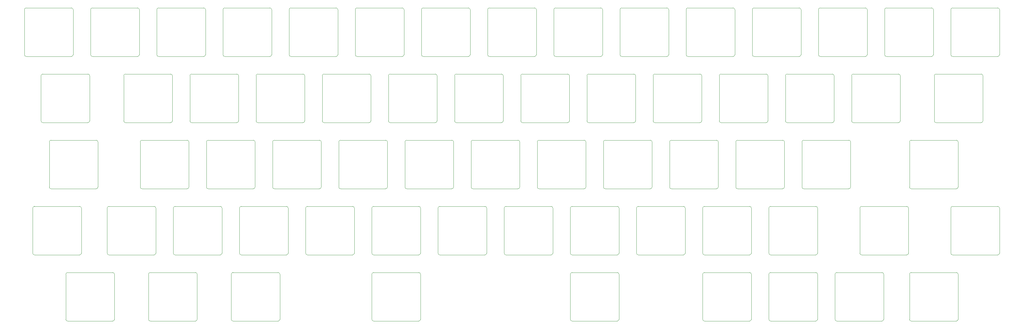
<source format=gbr>
%TF.GenerationSoftware,KiCad,Pcbnew,9.0.1*%
%TF.CreationDate,2025-05-16T22:45:18+09:00*%
%TF.ProjectId,H360,48333630-2e6b-4696-9361-645f70636258,rev?*%
%TF.SameCoordinates,Original*%
%TF.FileFunction,Other,ECO2*%
%FSLAX46Y46*%
G04 Gerber Fmt 4.6, Leading zero omitted, Abs format (unit mm)*
G04 Created by KiCad (PCBNEW 9.0.1) date 2025-05-16 22:45:18*
%MOMM*%
%LPD*%
G01*
G04 APERTURE LIST*
%ADD10C,0.050000*%
G04 APERTURE END LIST*
D10*
%TO.C,MX21*%
X176356250Y-137468750D02*
X176356250Y-124468750D01*
X176856250Y-123968750D02*
X189856250Y-123968750D01*
X189856250Y-137968750D02*
X176856250Y-137968750D01*
X190356250Y-124468750D02*
X190356250Y-137468750D01*
X176356250Y-124468750D02*
G75*
G02*
X176856250Y-123968750I500000J0D01*
G01*
X176856250Y-137968750D02*
G75*
G02*
X176356250Y-137468750I0J500000D01*
G01*
X189856250Y-123968750D02*
G75*
G02*
X190356250Y-124468750I-1J-500001D01*
G01*
X190353486Y-137467634D02*
G75*
G02*
X189853486Y-137967634I-500001J1D01*
G01*
%TO.C,MX61*%
X228743750Y-194618750D02*
X228743750Y-181618750D01*
X229243750Y-181118750D02*
X242243750Y-181118750D01*
X242243750Y-195118750D02*
X229243750Y-195118750D01*
X242743750Y-181618750D02*
X242743750Y-194618750D01*
X228743750Y-181618750D02*
G75*
G02*
X229243750Y-181118750I500000J0D01*
G01*
X229243750Y-195118750D02*
G75*
G02*
X228743750Y-194618750I0J500000D01*
G01*
X242243750Y-181118750D02*
G75*
G02*
X242743750Y-181618750I-1J-500001D01*
G01*
X242740986Y-194617634D02*
G75*
G02*
X242240986Y-195117634I-500001J1D01*
G01*
%TO.C,MX9*%
X223981250Y-118418750D02*
X223981250Y-105418750D01*
X224481250Y-104918750D02*
X237481250Y-104918750D01*
X237481250Y-118918750D02*
X224481250Y-118918750D01*
X237981250Y-105418750D02*
X237981250Y-118418750D01*
X223981250Y-105418750D02*
G75*
G02*
X224481250Y-104918750I500000J0D01*
G01*
X224481250Y-118918750D02*
G75*
G02*
X223981250Y-118418750I0J500000D01*
G01*
X237481250Y-104918750D02*
G75*
G02*
X237981250Y-105418750I-1J-500001D01*
G01*
X237978486Y-118417634D02*
G75*
G02*
X237478486Y-118917634I-500001J1D01*
G01*
%TO.C,MX5*%
X147781250Y-118418750D02*
X147781250Y-105418750D01*
X148281250Y-104918750D02*
X161281250Y-104918750D01*
X161281250Y-118918750D02*
X148281250Y-118918750D01*
X161781250Y-105418750D02*
X161781250Y-118418750D01*
X147781250Y-105418750D02*
G75*
G02*
X148281250Y-104918750I500000J0D01*
G01*
X148281250Y-118918750D02*
G75*
G02*
X147781250Y-118418750I0J500000D01*
G01*
X161281250Y-104918750D02*
G75*
G02*
X161781250Y-105418750I-1J-500001D01*
G01*
X161778486Y-118417634D02*
G75*
G02*
X161278486Y-118917634I-500001J1D01*
G01*
%TO.C,MX26*%
X271606250Y-137468750D02*
X271606250Y-124468750D01*
X272106250Y-123968750D02*
X285106250Y-123968750D01*
X285106250Y-137968750D02*
X272106250Y-137968750D01*
X285606250Y-124468750D02*
X285606250Y-137468750D01*
X271606250Y-124468750D02*
G75*
G02*
X272106250Y-123968750I500000J0D01*
G01*
X272106250Y-137968750D02*
G75*
G02*
X271606250Y-137468750I0J500000D01*
G01*
X285106250Y-123968750D02*
G75*
G02*
X285606250Y-124468750I-1J-500001D01*
G01*
X285603486Y-137467634D02*
G75*
G02*
X285103486Y-137967634I-500001J1D01*
G01*
%TO.C,MX1*%
X71581250Y-118418750D02*
X71581250Y-105418750D01*
X72081250Y-104918750D02*
X85081250Y-104918750D01*
X85081250Y-118918750D02*
X72081250Y-118918750D01*
X85581250Y-105418750D02*
X85581250Y-118418750D01*
X71581250Y-105418750D02*
G75*
G02*
X72081250Y-104918750I500001J-1D01*
G01*
X72081250Y-118918750D02*
G75*
G02*
X71581250Y-118418750I0J500000D01*
G01*
X85080134Y-104921514D02*
G75*
G02*
X85580134Y-105421514I-1J-500001D01*
G01*
X85581250Y-118418750D02*
G75*
G02*
X85081250Y-118918750I-500000J0D01*
G01*
%TO.C,MX10*%
X243031250Y-118418750D02*
X243031250Y-105418750D01*
X243531250Y-104918750D02*
X256531250Y-104918750D01*
X256531250Y-118918750D02*
X243531250Y-118918750D01*
X257031250Y-105418750D02*
X257031250Y-118418750D01*
X243031250Y-105418750D02*
G75*
G02*
X243531250Y-104918750I500000J0D01*
G01*
X243531250Y-118918750D02*
G75*
G02*
X243031250Y-118418750I0J500000D01*
G01*
X256531250Y-104918750D02*
G75*
G02*
X257031250Y-105418750I-1J-500001D01*
G01*
X257028486Y-118417634D02*
G75*
G02*
X256528486Y-118917634I-500001J1D01*
G01*
%TO.C,MX19*%
X138256250Y-137468750D02*
X138256250Y-124468750D01*
X138756250Y-123968750D02*
X151756250Y-123968750D01*
X151756250Y-137968750D02*
X138756250Y-137968750D01*
X152256250Y-124468750D02*
X152256250Y-137468750D01*
X138256250Y-124468750D02*
G75*
G02*
X138756250Y-123968750I500000J0D01*
G01*
X138756250Y-137968750D02*
G75*
G02*
X138256250Y-137468750I0J500000D01*
G01*
X151756250Y-123968750D02*
G75*
G02*
X152256250Y-124468750I-1J-500001D01*
G01*
X152253486Y-137467634D02*
G75*
G02*
X151753486Y-137967634I-500001J1D01*
G01*
%TO.C,MX45*%
X114443750Y-175568750D02*
X114443750Y-162568750D01*
X114943750Y-162068750D02*
X127943750Y-162068750D01*
X127943750Y-176068750D02*
X114943750Y-176068750D01*
X128443750Y-162568750D02*
X128443750Y-175568750D01*
X114443750Y-162568750D02*
G75*
G02*
X114943750Y-162068750I500000J0D01*
G01*
X114943750Y-176068750D02*
G75*
G02*
X114443750Y-175568750I0J500000D01*
G01*
X127943750Y-162068750D02*
G75*
G02*
X128443750Y-162568750I-1J-500001D01*
G01*
X128440986Y-175567634D02*
G75*
G02*
X127940986Y-176067634I-500001J1D01*
G01*
%TO.C,MX63*%
X285893750Y-194618750D02*
X285893750Y-181618750D01*
X286393750Y-181118750D02*
X299393750Y-181118750D01*
X299393750Y-195118750D02*
X286393750Y-195118750D01*
X299893750Y-181618750D02*
X299893750Y-194618750D01*
X285893750Y-181618750D02*
G75*
G02*
X286393750Y-181118750I500000J0D01*
G01*
X286393750Y-195118750D02*
G75*
G02*
X285893750Y-194618750I0J500000D01*
G01*
X299393750Y-181118750D02*
G75*
G02*
X299893750Y-181618750I-1J-500001D01*
G01*
X299890986Y-194617634D02*
G75*
G02*
X299390986Y-195117634I-500001J1D01*
G01*
%TO.C,MX35*%
X181118750Y-156518750D02*
X181118750Y-143518750D01*
X181618750Y-143018750D02*
X194618750Y-143018750D01*
X194618750Y-157018750D02*
X181618750Y-157018750D01*
X195118750Y-143518750D02*
X195118750Y-156518750D01*
X181118750Y-143518750D02*
G75*
G02*
X181618750Y-143018750I500000J0D01*
G01*
X181618750Y-157018750D02*
G75*
G02*
X181118750Y-156518750I0J500000D01*
G01*
X194618750Y-143018750D02*
G75*
G02*
X195118750Y-143518750I-1J-500001D01*
G01*
X195115986Y-156517634D02*
G75*
G02*
X194615986Y-157017634I-500001J1D01*
G01*
%TO.C,MX16*%
X76343750Y-137468750D02*
X76343750Y-124468750D01*
X76843750Y-123968750D02*
X89843750Y-123968750D01*
X89843750Y-137968750D02*
X76843750Y-137968750D01*
X90343750Y-124468750D02*
X90343750Y-137468750D01*
X76343750Y-124468750D02*
G75*
G02*
X76843750Y-123968750I500000J0D01*
G01*
X76843750Y-137968750D02*
G75*
G02*
X76343750Y-137468750I0J500000D01*
G01*
X89843750Y-123968750D02*
G75*
G02*
X90343750Y-124468750I-1J-500001D01*
G01*
X90340986Y-137467634D02*
G75*
G02*
X89840986Y-137967634I-500001J1D01*
G01*
%TO.C,MX53*%
X266843750Y-175568750D02*
X266843750Y-162568750D01*
X267343750Y-162068750D02*
X280343750Y-162068750D01*
X280343750Y-176068750D02*
X267343750Y-176068750D01*
X280843750Y-162568750D02*
X280843750Y-175568750D01*
X266843750Y-162568750D02*
G75*
G02*
X267343750Y-162068750I500000J0D01*
G01*
X267343750Y-176068750D02*
G75*
G02*
X266843750Y-175568750I0J500000D01*
G01*
X280343750Y-162068750D02*
G75*
G02*
X280843750Y-162568750I-1J-500001D01*
G01*
X280840986Y-175567634D02*
G75*
G02*
X280340986Y-176067634I-500001J1D01*
G01*
%TO.C,MX30*%
X78725000Y-156518750D02*
X78725000Y-143518750D01*
X79225000Y-143018750D02*
X92225000Y-143018750D01*
X92225000Y-157018750D02*
X79225000Y-157018750D01*
X92725000Y-143518750D02*
X92725000Y-156518750D01*
X78725000Y-143518750D02*
G75*
G02*
X79225000Y-143018750I500000J0D01*
G01*
X79225000Y-157018750D02*
G75*
G02*
X78725000Y-156518750I0J500000D01*
G01*
X92225000Y-143018750D02*
G75*
G02*
X92725000Y-143518750I-1J-500001D01*
G01*
X92722236Y-156517634D02*
G75*
G02*
X92222236Y-157017634I-500001J1D01*
G01*
%TO.C,MX23*%
X214456250Y-137468750D02*
X214456250Y-124468750D01*
X214956250Y-123968750D02*
X227956250Y-123968750D01*
X227956250Y-137968750D02*
X214956250Y-137968750D01*
X228456250Y-124468750D02*
X228456250Y-137468750D01*
X214456250Y-124468750D02*
G75*
G02*
X214956250Y-123968750I500000J0D01*
G01*
X214956250Y-137968750D02*
G75*
G02*
X214456250Y-137468750I0J500000D01*
G01*
X227956250Y-123968750D02*
G75*
G02*
X228456250Y-124468750I-1J-500001D01*
G01*
X228453486Y-137467634D02*
G75*
G02*
X227953486Y-137967634I-500001J1D01*
G01*
%TO.C,MX11*%
X262081250Y-118418750D02*
X262081250Y-105418750D01*
X262581250Y-104918750D02*
X275581250Y-104918750D01*
X275581250Y-118918750D02*
X262581250Y-118918750D01*
X276081250Y-105418750D02*
X276081250Y-118418750D01*
X262081250Y-105418750D02*
G75*
G02*
X262581250Y-104918750I500000J0D01*
G01*
X262581250Y-118918750D02*
G75*
G02*
X262081250Y-118418750I0J500000D01*
G01*
X275581250Y-104918750D02*
G75*
G02*
X276081250Y-105418750I-1J-500001D01*
G01*
X276078486Y-118417634D02*
G75*
G02*
X275578486Y-118917634I-500001J1D01*
G01*
%TO.C,MX46*%
X133493750Y-175568750D02*
X133493750Y-162568750D01*
X133993750Y-162068750D02*
X146993750Y-162068750D01*
X146993750Y-176068750D02*
X133993750Y-176068750D01*
X147493750Y-162568750D02*
X147493750Y-175568750D01*
X133493750Y-162568750D02*
G75*
G02*
X133993750Y-162068750I500000J0D01*
G01*
X133993750Y-176068750D02*
G75*
G02*
X133493750Y-175568750I0J500000D01*
G01*
X146993750Y-162068750D02*
G75*
G02*
X147493750Y-162568750I-1J-500001D01*
G01*
X147490986Y-175567634D02*
G75*
G02*
X146990986Y-176067634I-500001J1D01*
G01*
%TO.C,MX18*%
X119206250Y-137468750D02*
X119206250Y-124468750D01*
X119706250Y-123968750D02*
X132706250Y-123968750D01*
X132706250Y-137968750D02*
X119706250Y-137968750D01*
X133206250Y-124468750D02*
X133206250Y-137468750D01*
X119206250Y-124468750D02*
G75*
G02*
X119706250Y-123968750I500000J0D01*
G01*
X119706250Y-137968750D02*
G75*
G02*
X119206250Y-137468750I0J500000D01*
G01*
X132706250Y-123968750D02*
G75*
G02*
X133206250Y-124468750I-1J-500001D01*
G01*
X133203486Y-137467634D02*
G75*
G02*
X132703486Y-137967634I-500001J1D01*
G01*
%TO.C,MX49*%
X190643750Y-175568750D02*
X190643750Y-162568750D01*
X191143750Y-162068750D02*
X204143750Y-162068750D01*
X204143750Y-176068750D02*
X191143750Y-176068750D01*
X204643750Y-162568750D02*
X204643750Y-175568750D01*
X190643750Y-162568750D02*
G75*
G02*
X191143750Y-162068750I500000J0D01*
G01*
X191143750Y-176068750D02*
G75*
G02*
X190643750Y-175568750I0J500000D01*
G01*
X204143750Y-162068750D02*
G75*
G02*
X204643750Y-162568750I-1J-500001D01*
G01*
X204640986Y-175567634D02*
G75*
G02*
X204140986Y-176067634I-500001J1D01*
G01*
%TO.C,MX22*%
X195406250Y-137468750D02*
X195406250Y-124468750D01*
X195906250Y-123968750D02*
X208906250Y-123968750D01*
X208906250Y-137968750D02*
X195906250Y-137968750D01*
X209406250Y-124468750D02*
X209406250Y-137468750D01*
X195406250Y-124468750D02*
G75*
G02*
X195906250Y-123968750I500000J0D01*
G01*
X195906250Y-137968750D02*
G75*
G02*
X195406250Y-137468750I0J500000D01*
G01*
X208906250Y-123968750D02*
G75*
G02*
X209406250Y-124468750I-1J-500001D01*
G01*
X209403486Y-137467634D02*
G75*
G02*
X208903486Y-137967634I-500001J1D01*
G01*
%TO.C,MX29*%
X333518750Y-137468750D02*
X333518750Y-124468750D01*
X334018750Y-123968750D02*
X347018750Y-123968750D01*
X347018750Y-137968750D02*
X334018750Y-137968750D01*
X347518750Y-124468750D02*
X347518750Y-137468750D01*
X333518750Y-124468750D02*
G75*
G02*
X334018750Y-123968750I500000J0D01*
G01*
X334018750Y-137968750D02*
G75*
G02*
X333518750Y-137468750I0J500000D01*
G01*
X347018750Y-123968750D02*
G75*
G02*
X347518750Y-124468750I-1J-500001D01*
G01*
X347515986Y-137467634D02*
G75*
G02*
X347015986Y-137967634I-500001J1D01*
G01*
%TO.C,MX39*%
X257318750Y-156518750D02*
X257318750Y-143518750D01*
X257818750Y-143018750D02*
X270818750Y-143018750D01*
X270818750Y-157018750D02*
X257818750Y-157018750D01*
X271318750Y-143518750D02*
X271318750Y-156518750D01*
X257318750Y-143518750D02*
G75*
G02*
X257818750Y-143018750I500000J0D01*
G01*
X257818750Y-157018750D02*
G75*
G02*
X257318750Y-156518750I0J500000D01*
G01*
X270818750Y-143018750D02*
G75*
G02*
X271318750Y-143518750I-1J-500001D01*
G01*
X271315986Y-156517634D02*
G75*
G02*
X270815986Y-157017634I-500001J1D01*
G01*
%TO.C,MX4*%
X128731250Y-118418750D02*
X128731250Y-105418750D01*
X129231250Y-104918750D02*
X142231250Y-104918750D01*
X142231250Y-118918750D02*
X129231250Y-118918750D01*
X142731250Y-105418750D02*
X142731250Y-118418750D01*
X128731250Y-105418750D02*
G75*
G02*
X129231250Y-104918750I500000J0D01*
G01*
X129231250Y-118918750D02*
G75*
G02*
X128731250Y-118418750I0J500000D01*
G01*
X142231250Y-104918750D02*
G75*
G02*
X142731250Y-105418750I-1J-500001D01*
G01*
X142728486Y-118417634D02*
G75*
G02*
X142228486Y-118917634I-500001J1D01*
G01*
%TO.C,MX55*%
X312087500Y-175568750D02*
X312087500Y-162568750D01*
X312587500Y-162068750D02*
X325587500Y-162068750D01*
X325587500Y-176068750D02*
X312587500Y-176068750D01*
X326087500Y-162568750D02*
X326087500Y-175568750D01*
X312087500Y-162568750D02*
G75*
G02*
X312587500Y-162068750I500000J0D01*
G01*
X312587500Y-176068750D02*
G75*
G02*
X312087500Y-175568750I0J500000D01*
G01*
X325587500Y-162068750D02*
G75*
G02*
X326087500Y-162568750I-1J-500001D01*
G01*
X326084736Y-175567634D02*
G75*
G02*
X325584736Y-176067634I-500001J1D01*
G01*
%TO.C,MX56*%
X338281250Y-175568750D02*
X338281250Y-162568750D01*
X338781250Y-162068750D02*
X351781250Y-162068750D01*
X351781250Y-176068750D02*
X338781250Y-176068750D01*
X352281250Y-162568750D02*
X352281250Y-175568750D01*
X338281250Y-162568750D02*
G75*
G02*
X338781250Y-162068750I500000J0D01*
G01*
X338781250Y-176068750D02*
G75*
G02*
X338281250Y-175568750I0J500000D01*
G01*
X351781250Y-162068750D02*
G75*
G02*
X352281250Y-162568750I-1J-500001D01*
G01*
X352278486Y-175567634D02*
G75*
G02*
X351778486Y-176067634I-500001J1D01*
G01*
%TO.C,MX33*%
X143018750Y-156518750D02*
X143018750Y-143518750D01*
X143518750Y-143018750D02*
X156518750Y-143018750D01*
X156518750Y-157018750D02*
X143518750Y-157018750D01*
X157018750Y-143518750D02*
X157018750Y-156518750D01*
X143018750Y-143518750D02*
G75*
G02*
X143518750Y-143018750I500000J0D01*
G01*
X143518750Y-157018750D02*
G75*
G02*
X143018750Y-156518750I0J500000D01*
G01*
X156518750Y-143018750D02*
G75*
G02*
X157018750Y-143518750I-1J-500001D01*
G01*
X157015986Y-156517634D02*
G75*
G02*
X156515986Y-157017634I-500001J1D01*
G01*
%TO.C,MX43*%
X73962500Y-175568750D02*
X73962500Y-162568750D01*
X74462500Y-162068750D02*
X87462500Y-162068750D01*
X87462500Y-176068750D02*
X74462500Y-176068750D01*
X87962500Y-162568750D02*
X87962500Y-175568750D01*
X73962500Y-162568750D02*
G75*
G02*
X74462500Y-162068750I500000J0D01*
G01*
X74462500Y-176068750D02*
G75*
G02*
X73962500Y-175568750I0J500000D01*
G01*
X87462500Y-162068750D02*
G75*
G02*
X87962500Y-162568750I-1J-500001D01*
G01*
X87959736Y-175567634D02*
G75*
G02*
X87459736Y-176067634I-500001J1D01*
G01*
%TO.C,MX41*%
X295418750Y-156518750D02*
X295418750Y-143518750D01*
X295918750Y-143018750D02*
X308918750Y-143018750D01*
X308918750Y-157018750D02*
X295918750Y-157018750D01*
X309418750Y-143518750D02*
X309418750Y-156518750D01*
X295418750Y-143518750D02*
G75*
G02*
X295918750Y-143018750I500000J0D01*
G01*
X295918750Y-157018750D02*
G75*
G02*
X295418750Y-156518750I0J500000D01*
G01*
X308918750Y-143018750D02*
G75*
G02*
X309418750Y-143518750I-1J-500001D01*
G01*
X309415986Y-156517634D02*
G75*
G02*
X308915986Y-157017634I-500001J1D01*
G01*
%TO.C,MX27*%
X290656250Y-137468750D02*
X290656250Y-124468750D01*
X291156250Y-123968750D02*
X304156250Y-123968750D01*
X304156250Y-137968750D02*
X291156250Y-137968750D01*
X304656250Y-124468750D02*
X304656250Y-137468750D01*
X290656250Y-124468750D02*
G75*
G02*
X291156250Y-123968750I500000J0D01*
G01*
X291156250Y-137968750D02*
G75*
G02*
X290656250Y-137468750I0J500000D01*
G01*
X304156250Y-123968750D02*
G75*
G02*
X304656250Y-124468750I-1J-500001D01*
G01*
X304653486Y-137467634D02*
G75*
G02*
X304153486Y-137967634I-500001J1D01*
G01*
%TO.C,MX64*%
X304943750Y-194618750D02*
X304943750Y-181618750D01*
X305443750Y-181118750D02*
X318443750Y-181118750D01*
X318443750Y-195118750D02*
X305443750Y-195118750D01*
X318943750Y-181618750D02*
X318943750Y-194618750D01*
X304943750Y-181618750D02*
G75*
G02*
X305443750Y-181118750I500000J0D01*
G01*
X305443750Y-195118750D02*
G75*
G02*
X304943750Y-194618750I0J500000D01*
G01*
X318443750Y-181118750D02*
G75*
G02*
X318943750Y-181618750I-1J-500001D01*
G01*
X318940986Y-194617634D02*
G75*
G02*
X318440986Y-195117634I-500001J1D01*
G01*
%TO.C,MX28*%
X309706250Y-137468750D02*
X309706250Y-124468750D01*
X310206250Y-123968750D02*
X323206250Y-123968750D01*
X323206250Y-137968750D02*
X310206250Y-137968750D01*
X323706250Y-124468750D02*
X323706250Y-137468750D01*
X309706250Y-124468750D02*
G75*
G02*
X310206250Y-123968750I500000J0D01*
G01*
X310206250Y-137968750D02*
G75*
G02*
X309706250Y-137468750I0J500000D01*
G01*
X323206250Y-123968750D02*
G75*
G02*
X323706250Y-124468750I-1J-500001D01*
G01*
X323703486Y-137467634D02*
G75*
G02*
X323203486Y-137967634I-500001J1D01*
G01*
%TO.C,MX50*%
X209693750Y-175568750D02*
X209693750Y-162568750D01*
X210193750Y-162068750D02*
X223193750Y-162068750D01*
X223193750Y-176068750D02*
X210193750Y-176068750D01*
X223693750Y-162568750D02*
X223693750Y-175568750D01*
X209693750Y-162568750D02*
G75*
G02*
X210193750Y-162068750I500000J0D01*
G01*
X210193750Y-176068750D02*
G75*
G02*
X209693750Y-175568750I0J500000D01*
G01*
X223193750Y-162068750D02*
G75*
G02*
X223693750Y-162568750I-1J-500001D01*
G01*
X223690986Y-175567634D02*
G75*
G02*
X223190986Y-176067634I-500001J1D01*
G01*
%TO.C,MX48*%
X171593750Y-175568750D02*
X171593750Y-162568750D01*
X172093750Y-162068750D02*
X185093750Y-162068750D01*
X185093750Y-176068750D02*
X172093750Y-176068750D01*
X185593750Y-162568750D02*
X185593750Y-175568750D01*
X171593750Y-162568750D02*
G75*
G02*
X172093750Y-162068750I500000J0D01*
G01*
X172093750Y-176068750D02*
G75*
G02*
X171593750Y-175568750I0J500000D01*
G01*
X185093750Y-162068750D02*
G75*
G02*
X185593750Y-162568750I-1J-500001D01*
G01*
X185590986Y-175567634D02*
G75*
G02*
X185090986Y-176067634I-500001J1D01*
G01*
%TO.C,MX44*%
X95393750Y-175568750D02*
X95393750Y-162568750D01*
X95893750Y-162068750D02*
X108893750Y-162068750D01*
X108893750Y-176068750D02*
X95893750Y-176068750D01*
X109393750Y-162568750D02*
X109393750Y-175568750D01*
X95393750Y-162568750D02*
G75*
G02*
X95893750Y-162068750I500000J0D01*
G01*
X95893750Y-176068750D02*
G75*
G02*
X95393750Y-175568750I0J500000D01*
G01*
X108893750Y-162068750D02*
G75*
G02*
X109393750Y-162568750I-1J-500001D01*
G01*
X109390986Y-175567634D02*
G75*
G02*
X108890986Y-176067634I-500001J1D01*
G01*
%TO.C,MX34*%
X162068750Y-156518750D02*
X162068750Y-143518750D01*
X162568750Y-143018750D02*
X175568750Y-143018750D01*
X175568750Y-157018750D02*
X162568750Y-157018750D01*
X176068750Y-143518750D02*
X176068750Y-156518750D01*
X162068750Y-143518750D02*
G75*
G02*
X162568750Y-143018750I500000J0D01*
G01*
X162568750Y-157018750D02*
G75*
G02*
X162068750Y-156518750I0J500000D01*
G01*
X175568750Y-143018750D02*
G75*
G02*
X176068750Y-143518750I-1J-500001D01*
G01*
X176065986Y-156517634D02*
G75*
G02*
X175565986Y-157017634I-500001J1D01*
G01*
%TO.C,MX2*%
X90631250Y-118418750D02*
X90631250Y-105418750D01*
X91131250Y-104918750D02*
X104131250Y-104918750D01*
X104131250Y-118918750D02*
X91131250Y-118918750D01*
X104631250Y-105418750D02*
X104631250Y-118418750D01*
X90631250Y-105418750D02*
G75*
G02*
X91131250Y-104918750I500000J0D01*
G01*
X91132366Y-118915986D02*
G75*
G02*
X90632366Y-118415986I1J500001D01*
G01*
X104131250Y-104918750D02*
G75*
G02*
X104631250Y-105418750I0J-500000D01*
G01*
X104631250Y-118418750D02*
G75*
G02*
X104131250Y-118918750I-500001J1D01*
G01*
%TO.C,MX38*%
X238268750Y-156518750D02*
X238268750Y-143518750D01*
X238768750Y-143018750D02*
X251768750Y-143018750D01*
X251768750Y-157018750D02*
X238768750Y-157018750D01*
X252268750Y-143518750D02*
X252268750Y-156518750D01*
X238268750Y-143518750D02*
G75*
G02*
X238768750Y-143018750I500000J0D01*
G01*
X238768750Y-157018750D02*
G75*
G02*
X238268750Y-156518750I0J500000D01*
G01*
X251768750Y-143018750D02*
G75*
G02*
X252268750Y-143518750I-1J-500001D01*
G01*
X252265986Y-156517634D02*
G75*
G02*
X251765986Y-157017634I-500001J1D01*
G01*
%TO.C,MX24*%
X233506250Y-137468750D02*
X233506250Y-124468750D01*
X234006250Y-123968750D02*
X247006250Y-123968750D01*
X247006250Y-137968750D02*
X234006250Y-137968750D01*
X247506250Y-124468750D02*
X247506250Y-137468750D01*
X233506250Y-124468750D02*
G75*
G02*
X234006250Y-123968750I500000J0D01*
G01*
X234006250Y-137968750D02*
G75*
G02*
X233506250Y-137468750I0J500000D01*
G01*
X247006250Y-123968750D02*
G75*
G02*
X247506250Y-124468750I-1J-500001D01*
G01*
X247503486Y-137467634D02*
G75*
G02*
X247003486Y-137967634I-500001J1D01*
G01*
%TO.C,MX13*%
X300181250Y-118418750D02*
X300181250Y-105418750D01*
X300681250Y-104918750D02*
X313681250Y-104918750D01*
X313681250Y-118918750D02*
X300681250Y-118918750D01*
X314181250Y-105418750D02*
X314181250Y-118418750D01*
X300181250Y-105418750D02*
G75*
G02*
X300681250Y-104918750I500000J0D01*
G01*
X300681250Y-118918750D02*
G75*
G02*
X300181250Y-118418750I0J500000D01*
G01*
X313681250Y-104918750D02*
G75*
G02*
X314181250Y-105418750I-1J-500001D01*
G01*
X314178486Y-118417634D02*
G75*
G02*
X313678486Y-118917634I-500001J1D01*
G01*
%TO.C,MX3*%
X109681250Y-118418750D02*
X109681250Y-105418750D01*
X110181250Y-104918750D02*
X123181250Y-104918750D01*
X123181250Y-118918750D02*
X110181250Y-118918750D01*
X123681250Y-105418750D02*
X123681250Y-118418750D01*
X109681250Y-105418750D02*
G75*
G02*
X110181250Y-104918750I500000J0D01*
G01*
X110181250Y-118918750D02*
G75*
G02*
X109681250Y-118418750I0J500000D01*
G01*
X123181250Y-104918750D02*
G75*
G02*
X123681250Y-105418750I-1J-500001D01*
G01*
X123678486Y-118417634D02*
G75*
G02*
X123178486Y-118917634I-500001J1D01*
G01*
%TO.C,MX36*%
X200168750Y-156518750D02*
X200168750Y-143518750D01*
X200668750Y-143018750D02*
X213668750Y-143018750D01*
X213668750Y-157018750D02*
X200668750Y-157018750D01*
X214168750Y-143518750D02*
X214168750Y-156518750D01*
X200168750Y-143518750D02*
G75*
G02*
X200668750Y-143018750I500000J0D01*
G01*
X200668750Y-157018750D02*
G75*
G02*
X200168750Y-156518750I0J500000D01*
G01*
X213668750Y-143018750D02*
G75*
G02*
X214168750Y-143518750I-1J-500001D01*
G01*
X214165986Y-156517634D02*
G75*
G02*
X213665986Y-157017634I-500001J1D01*
G01*
%TO.C,MX31*%
X104918750Y-156518750D02*
X104918750Y-143518750D01*
X105418750Y-143018750D02*
X118418750Y-143018750D01*
X118418750Y-157018750D02*
X105418750Y-157018750D01*
X118918750Y-143518750D02*
X118918750Y-156518750D01*
X104918750Y-143518750D02*
G75*
G02*
X105418750Y-143018750I500000J0D01*
G01*
X105418750Y-157018750D02*
G75*
G02*
X104918750Y-156518750I0J500000D01*
G01*
X118418750Y-143018750D02*
G75*
G02*
X118918750Y-143518750I-1J-500001D01*
G01*
X118915986Y-156517634D02*
G75*
G02*
X118415986Y-157017634I-500001J1D01*
G01*
%TO.C,MX58*%
X107300000Y-194618750D02*
X107300000Y-181618750D01*
X107800000Y-181118750D02*
X120800000Y-181118750D01*
X120800000Y-195118750D02*
X107800000Y-195118750D01*
X121300000Y-181618750D02*
X121300000Y-194618750D01*
X107300000Y-181618750D02*
G75*
G02*
X107800000Y-181118750I500000J0D01*
G01*
X107800000Y-195118750D02*
G75*
G02*
X107300000Y-194618750I0J500000D01*
G01*
X120800000Y-181118750D02*
G75*
G02*
X121300000Y-181618750I-1J-500001D01*
G01*
X121297236Y-194617634D02*
G75*
G02*
X120797236Y-195117634I-500001J1D01*
G01*
%TO.C,MX20*%
X157306250Y-137468750D02*
X157306250Y-124468750D01*
X157806250Y-123968750D02*
X170806250Y-123968750D01*
X170806250Y-137968750D02*
X157806250Y-137968750D01*
X171306250Y-124468750D02*
X171306250Y-137468750D01*
X157306250Y-124468750D02*
G75*
G02*
X157806250Y-123968750I500000J0D01*
G01*
X157806250Y-137968750D02*
G75*
G02*
X157306250Y-137468750I0J500000D01*
G01*
X170806250Y-123968750D02*
G75*
G02*
X171306250Y-124468750I-1J-500001D01*
G01*
X171303486Y-137467634D02*
G75*
G02*
X170803486Y-137967634I-500001J1D01*
G01*
%TO.C,MX14*%
X319231250Y-118418750D02*
X319231250Y-105418750D01*
X319731250Y-104918750D02*
X332731250Y-104918750D01*
X332731250Y-118918750D02*
X319731250Y-118918750D01*
X333231250Y-105418750D02*
X333231250Y-118418750D01*
X319231250Y-105418750D02*
G75*
G02*
X319731250Y-104918750I500000J0D01*
G01*
X319731250Y-118918750D02*
G75*
G02*
X319231250Y-118418750I0J500000D01*
G01*
X332731250Y-104918750D02*
G75*
G02*
X333231250Y-105418750I-1J-500001D01*
G01*
X333228486Y-118417634D02*
G75*
G02*
X332728486Y-118917634I-500001J1D01*
G01*
%TO.C,MX62*%
X266843750Y-194618750D02*
X266843750Y-181618750D01*
X267343750Y-181118750D02*
X280343750Y-181118750D01*
X280343750Y-195118750D02*
X267343750Y-195118750D01*
X280843750Y-181618750D02*
X280843750Y-194618750D01*
X266843750Y-181618750D02*
G75*
G02*
X267343750Y-181118750I500000J0D01*
G01*
X267343750Y-195118750D02*
G75*
G02*
X266843750Y-194618750I0J500000D01*
G01*
X280343750Y-181118750D02*
G75*
G02*
X280843750Y-181618750I-1J-500001D01*
G01*
X280840986Y-194617634D02*
G75*
G02*
X280340986Y-195117634I-500001J1D01*
G01*
%TO.C,MX17*%
X100156250Y-137468750D02*
X100156250Y-124468750D01*
X100656250Y-123968750D02*
X113656250Y-123968750D01*
X113656250Y-137968750D02*
X100656250Y-137968750D01*
X114156250Y-124468750D02*
X114156250Y-137468750D01*
X100156250Y-124468750D02*
G75*
G02*
X100656250Y-123968750I500000J0D01*
G01*
X100656250Y-137968750D02*
G75*
G02*
X100156250Y-137468750I0J500000D01*
G01*
X113656250Y-123968750D02*
G75*
G02*
X114156250Y-124468750I-1J-500001D01*
G01*
X114153486Y-137467634D02*
G75*
G02*
X113653486Y-137967634I-500001J1D01*
G01*
%TO.C,MX60*%
X171593750Y-194618750D02*
X171593750Y-181618750D01*
X172093750Y-181118750D02*
X185093750Y-181118750D01*
X185093750Y-195118750D02*
X172093750Y-195118750D01*
X185593750Y-181618750D02*
X185593750Y-194618750D01*
X171593750Y-181618750D02*
G75*
G02*
X172093750Y-181118750I500000J0D01*
G01*
X172093750Y-195118750D02*
G75*
G02*
X171593750Y-194618750I0J500000D01*
G01*
X185093750Y-181118750D02*
G75*
G02*
X185593750Y-181618750I-1J-500001D01*
G01*
X185590986Y-194617634D02*
G75*
G02*
X185090986Y-195117634I-500001J1D01*
G01*
%TO.C,MX51*%
X228743750Y-175568750D02*
X228743750Y-162568750D01*
X229243750Y-162068750D02*
X242243750Y-162068750D01*
X242243750Y-176068750D02*
X229243750Y-176068750D01*
X242743750Y-162568750D02*
X242743750Y-175568750D01*
X228743750Y-162568750D02*
G75*
G02*
X229243750Y-162068750I500000J0D01*
G01*
X229243750Y-176068750D02*
G75*
G02*
X228743750Y-175568750I0J500000D01*
G01*
X242243750Y-162068750D02*
G75*
G02*
X242743750Y-162568750I-1J-500001D01*
G01*
X242740986Y-175567634D02*
G75*
G02*
X242240986Y-176067634I-500001J1D01*
G01*
%TO.C,MX8*%
X204931250Y-118418750D02*
X204931250Y-105418750D01*
X205431250Y-104918750D02*
X218431250Y-104918750D01*
X218431250Y-118918750D02*
X205431250Y-118918750D01*
X218931250Y-105418750D02*
X218931250Y-118418750D01*
X204931250Y-105418750D02*
G75*
G02*
X205431250Y-104918750I500000J0D01*
G01*
X205431250Y-118918750D02*
G75*
G02*
X204931250Y-118418750I0J500000D01*
G01*
X218431250Y-104918750D02*
G75*
G02*
X218931250Y-105418750I-1J-500001D01*
G01*
X218928486Y-118417634D02*
G75*
G02*
X218428486Y-118917634I-500001J1D01*
G01*
%TO.C,MX42*%
X326375000Y-156518750D02*
X326375000Y-143518750D01*
X326875000Y-143018750D02*
X339875000Y-143018750D01*
X339875000Y-157018750D02*
X326875000Y-157018750D01*
X340375000Y-143518750D02*
X340375000Y-156518750D01*
X326375000Y-143518750D02*
G75*
G02*
X326875000Y-143018750I500000J0D01*
G01*
X326875000Y-157018750D02*
G75*
G02*
X326375000Y-156518750I0J500000D01*
G01*
X339875000Y-143018750D02*
G75*
G02*
X340375000Y-143518750I-1J-500001D01*
G01*
X340372236Y-156517634D02*
G75*
G02*
X339872236Y-157017634I-500001J1D01*
G01*
%TO.C,MX32*%
X123968750Y-156518750D02*
X123968750Y-143518750D01*
X124468750Y-143018750D02*
X137468750Y-143018750D01*
X137468750Y-157018750D02*
X124468750Y-157018750D01*
X137968750Y-143518750D02*
X137968750Y-156518750D01*
X123968750Y-143518750D02*
G75*
G02*
X124468750Y-143018750I500000J0D01*
G01*
X124468750Y-157018750D02*
G75*
G02*
X123968750Y-156518750I0J500000D01*
G01*
X137468750Y-143018750D02*
G75*
G02*
X137968750Y-143518750I-1J-500001D01*
G01*
X137965986Y-156517634D02*
G75*
G02*
X137465986Y-157017634I-500001J1D01*
G01*
%TO.C,MX25*%
X252556250Y-137468750D02*
X252556250Y-124468750D01*
X253056250Y-123968750D02*
X266056250Y-123968750D01*
X266056250Y-137968750D02*
X253056250Y-137968750D01*
X266556250Y-124468750D02*
X266556250Y-137468750D01*
X252556250Y-124468750D02*
G75*
G02*
X253056250Y-123968750I500000J0D01*
G01*
X253056250Y-137968750D02*
G75*
G02*
X252556250Y-137468750I0J500000D01*
G01*
X266056250Y-123968750D02*
G75*
G02*
X266556250Y-124468750I-1J-500001D01*
G01*
X266553486Y-137467634D02*
G75*
G02*
X266053486Y-137967634I-500001J1D01*
G01*
%TO.C,MX15*%
X338281250Y-118418750D02*
X338281250Y-105418750D01*
X338781250Y-104918750D02*
X351781250Y-104918750D01*
X351781250Y-118918750D02*
X338781250Y-118918750D01*
X352281250Y-105418750D02*
X352281250Y-118418750D01*
X338281250Y-105418750D02*
G75*
G02*
X338781250Y-104918750I500000J0D01*
G01*
X338781250Y-118918750D02*
G75*
G02*
X338281250Y-118418750I0J500000D01*
G01*
X351781250Y-104918750D02*
G75*
G02*
X352281250Y-105418750I-1J-500001D01*
G01*
X352278486Y-118417634D02*
G75*
G02*
X351778486Y-118917634I-500001J1D01*
G01*
%TO.C,MX52*%
X247793750Y-175568750D02*
X247793750Y-162568750D01*
X248293750Y-162068750D02*
X261293750Y-162068750D01*
X261293750Y-176068750D02*
X248293750Y-176068750D01*
X261793750Y-162568750D02*
X261793750Y-175568750D01*
X247793750Y-162568750D02*
G75*
G02*
X248293750Y-162068750I500000J0D01*
G01*
X248293750Y-176068750D02*
G75*
G02*
X247793750Y-175568750I0J500000D01*
G01*
X261293750Y-162068750D02*
G75*
G02*
X261793750Y-162568750I-1J-500001D01*
G01*
X261790986Y-175567634D02*
G75*
G02*
X261290986Y-176067634I-500001J1D01*
G01*
%TO.C,MX37*%
X219218750Y-156518750D02*
X219218750Y-143518750D01*
X219718750Y-143018750D02*
X232718750Y-143018750D01*
X232718750Y-157018750D02*
X219718750Y-157018750D01*
X233218750Y-143518750D02*
X233218750Y-156518750D01*
X219218750Y-143518750D02*
G75*
G02*
X219718750Y-143018750I500000J0D01*
G01*
X219718750Y-157018750D02*
G75*
G02*
X219218750Y-156518750I0J500000D01*
G01*
X232718750Y-143018750D02*
G75*
G02*
X233218750Y-143518750I-1J-500001D01*
G01*
X233215986Y-156517634D02*
G75*
G02*
X232715986Y-157017634I-500001J1D01*
G01*
%TO.C,MX47*%
X152543750Y-175568750D02*
X152543750Y-162568750D01*
X153043750Y-162068750D02*
X166043750Y-162068750D01*
X166043750Y-176068750D02*
X153043750Y-176068750D01*
X166543750Y-162568750D02*
X166543750Y-175568750D01*
X152543750Y-162568750D02*
G75*
G02*
X153043750Y-162068750I500000J0D01*
G01*
X153043750Y-176068750D02*
G75*
G02*
X152543750Y-175568750I0J500000D01*
G01*
X166043750Y-162068750D02*
G75*
G02*
X166543750Y-162568750I-1J-500001D01*
G01*
X166540986Y-175567634D02*
G75*
G02*
X166040986Y-176067634I-500001J1D01*
G01*
%TO.C,MX6*%
X166831250Y-118418750D02*
X166831250Y-105418750D01*
X167331250Y-104918750D02*
X180331250Y-104918750D01*
X180331250Y-118918750D02*
X167331250Y-118918750D01*
X180831250Y-105418750D02*
X180831250Y-118418750D01*
X166831250Y-105418750D02*
G75*
G02*
X167331250Y-104918750I500000J0D01*
G01*
X167331250Y-118918750D02*
G75*
G02*
X166831250Y-118418750I0J500000D01*
G01*
X180331250Y-104918750D02*
G75*
G02*
X180831250Y-105418750I-1J-500001D01*
G01*
X180828486Y-118417634D02*
G75*
G02*
X180328486Y-118917634I-500001J1D01*
G01*
%TO.C,MX7*%
X185881250Y-118418750D02*
X185881250Y-105418750D01*
X186381250Y-104918750D02*
X199381250Y-104918750D01*
X199381250Y-118918750D02*
X186381250Y-118918750D01*
X199881250Y-105418750D02*
X199881250Y-118418750D01*
X185881250Y-105418750D02*
G75*
G02*
X186381250Y-104918750I500000J0D01*
G01*
X186381250Y-118918750D02*
G75*
G02*
X185881250Y-118418750I0J500000D01*
G01*
X199381250Y-104918750D02*
G75*
G02*
X199881250Y-105418750I-1J-500001D01*
G01*
X199878486Y-118417634D02*
G75*
G02*
X199378486Y-118917634I-500001J1D01*
G01*
%TO.C,MX54*%
X285893750Y-175568750D02*
X285893750Y-162568750D01*
X286393750Y-162068750D02*
X299393750Y-162068750D01*
X299393750Y-176068750D02*
X286393750Y-176068750D01*
X299893750Y-162568750D02*
X299893750Y-175568750D01*
X285893750Y-162568750D02*
G75*
G02*
X286393750Y-162068750I500000J0D01*
G01*
X286393750Y-176068750D02*
G75*
G02*
X285893750Y-175568750I0J500000D01*
G01*
X299393750Y-162068750D02*
G75*
G02*
X299893750Y-162568750I-1J-500001D01*
G01*
X299890986Y-175567634D02*
G75*
G02*
X299390986Y-176067634I-500001J1D01*
G01*
%TO.C,MX65*%
X326375000Y-194618750D02*
X326375000Y-181618750D01*
X326875000Y-181118750D02*
X339875000Y-181118750D01*
X339875000Y-195118750D02*
X326875000Y-195118750D01*
X340375000Y-181618750D02*
X340375000Y-194618750D01*
X326375000Y-181618750D02*
G75*
G02*
X326875000Y-181118750I500000J0D01*
G01*
X326875000Y-195118750D02*
G75*
G02*
X326375000Y-194618750I0J500000D01*
G01*
X339875000Y-181118750D02*
G75*
G02*
X340375000Y-181618750I-1J-500001D01*
G01*
X340372236Y-194617634D02*
G75*
G02*
X339872236Y-195117634I-500001J1D01*
G01*
%TO.C,MX40*%
X276368750Y-156518750D02*
X276368750Y-143518750D01*
X276868750Y-143018750D02*
X289868750Y-143018750D01*
X289868750Y-157018750D02*
X276868750Y-157018750D01*
X290368750Y-143518750D02*
X290368750Y-156518750D01*
X276368750Y-143518750D02*
G75*
G02*
X276868750Y-143018750I500000J0D01*
G01*
X276868750Y-157018750D02*
G75*
G02*
X276368750Y-156518750I0J500000D01*
G01*
X289868750Y-143018750D02*
G75*
G02*
X290368750Y-143518750I-1J-500001D01*
G01*
X290365986Y-156517634D02*
G75*
G02*
X289865986Y-157017634I-500001J1D01*
G01*
%TO.C,MX12*%
X281131250Y-118418750D02*
X281131250Y-105418750D01*
X281631250Y-104918750D02*
X294631250Y-104918750D01*
X294631250Y-118918750D02*
X281631250Y-118918750D01*
X295131250Y-105418750D02*
X295131250Y-118418750D01*
X281131250Y-105418750D02*
G75*
G02*
X281631250Y-104918750I500000J0D01*
G01*
X281631250Y-118918750D02*
G75*
G02*
X281131250Y-118418750I0J500000D01*
G01*
X294631250Y-104918750D02*
G75*
G02*
X295131250Y-105418750I-1J-500001D01*
G01*
X295128486Y-118417634D02*
G75*
G02*
X294628486Y-118917634I-500001J1D01*
G01*
%TO.C,MX59*%
X131112500Y-194618750D02*
X131112500Y-181618750D01*
X131612500Y-181118750D02*
X144612500Y-181118750D01*
X144612500Y-195118750D02*
X131612500Y-195118750D01*
X145112500Y-181618750D02*
X145112500Y-194618750D01*
X131112500Y-181618750D02*
G75*
G02*
X131612500Y-181118750I500000J0D01*
G01*
X131612500Y-195118750D02*
G75*
G02*
X131112500Y-194618750I0J500000D01*
G01*
X144612500Y-181118750D02*
G75*
G02*
X145112500Y-181618750I-1J-500001D01*
G01*
X145109736Y-194617634D02*
G75*
G02*
X144609736Y-195117634I-500001J1D01*
G01*
%TO.C,MX57*%
X83487500Y-194618750D02*
X83487500Y-181618750D01*
X83987500Y-181118750D02*
X96987500Y-181118750D01*
X96987500Y-195118750D02*
X83987500Y-195118750D01*
X97487500Y-181618750D02*
X97487500Y-194618750D01*
X83487500Y-181618750D02*
G75*
G02*
X83987500Y-181118750I500000J0D01*
G01*
X83987500Y-195118750D02*
G75*
G02*
X83487500Y-194618750I0J500000D01*
G01*
X96987500Y-181118750D02*
G75*
G02*
X97487500Y-181618750I-1J-500001D01*
G01*
X97484736Y-194617634D02*
G75*
G02*
X96984736Y-195117634I-500001J1D01*
G01*
%TD*%
M02*

</source>
